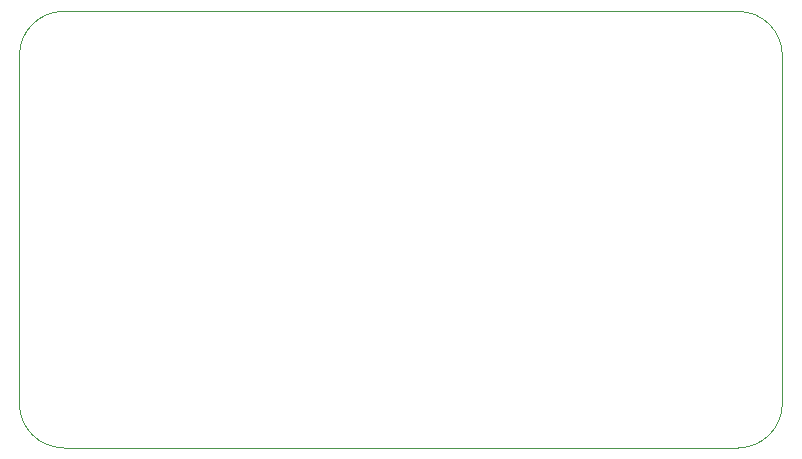
<source format=gm1>
G04 #@! TF.GenerationSoftware,KiCad,Pcbnew,8.0.1*
G04 #@! TF.CreationDate,2024-04-15T15:14:11+08:00*
G04 #@! TF.ProjectId,555Sandbox,35353553-616e-4646-926f-782e6b696361,rev?*
G04 #@! TF.SameCoordinates,Original*
G04 #@! TF.FileFunction,Profile,NP*
%FSLAX46Y46*%
G04 Gerber Fmt 4.6, Leading zero omitted, Abs format (unit mm)*
G04 Created by KiCad (PCBNEW 8.0.1) date 2024-04-15 15:14:11*
%MOMM*%
%LPD*%
G01*
G04 APERTURE LIST*
G04 #@! TA.AperFunction,Profile*
%ADD10C,0.050000*%
G04 #@! TD*
G04 APERTURE END LIST*
D10*
X139550000Y-97500000D02*
G75*
G02*
X135800000Y-101250000I-3750000J0D01*
G01*
X139550000Y-68050000D02*
X139550000Y-97500000D01*
X78700000Y-101250000D02*
G75*
G02*
X74950000Y-97500000I0J3750000D01*
G01*
X135800000Y-64300000D02*
G75*
G02*
X139550000Y-68050000I0J-3750000D01*
G01*
X74950000Y-97500000D02*
X74950000Y-68050000D01*
X74950000Y-68050000D02*
G75*
G02*
X78700000Y-64300000I3750000J0D01*
G01*
X135800000Y-101250000D02*
X78700000Y-101250000D01*
X78700000Y-64300000D02*
X135800000Y-64300000D01*
M02*

</source>
